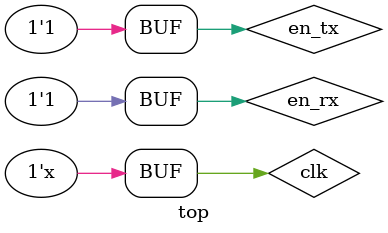
<source format=sv>
`include "test.sv"
`include "UART_Tx.v"
`include "UART_Rx.v"
`include "interface.sv"

module top;

bit clk;
bit en_tx, en_rx;
wire serial_line;
  
always #5 clk=~clk;

  initial begin
    #5 en_tx=1; en_rx=1;
//     #40 $finish;
  end

uart_intf intf(clk, en_tx, en_rx);


uart_master master(
    .clk(intf.clk),
    .en_tx(en_tx),
    .data(intf.data_tx),
    .u_tx(serial_line),
    .u_tx_done(intf.tx_done)
);

uart_slave slave(
    .clk(intf.clk),
    .en_rx(intf.en_rx),
    .data(intf.data_rx),
    .u_rx(serial_line),
    .u_rx_done(intf.rx_done)
);


test_main t1(intf);

  
initial begin
    $dumpfile("dump.vcd");
    $dumpvars;
end

endmodule

</source>
